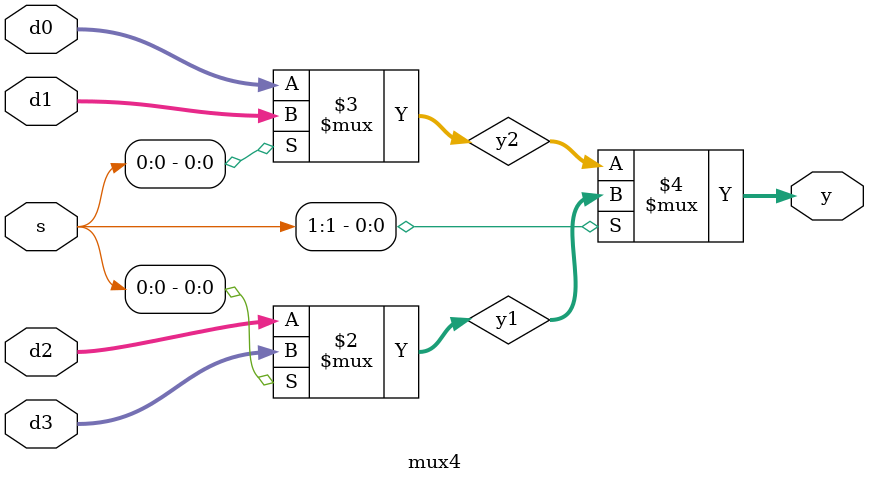
<source format=sv>
module mux4(d0, d1, d2, d3, s, y);

    input wire [4:0] d0;
    input wire [4:0] d1;
    input wire [4:0] d2;
    input wire [4:0] d3;
    input wire [1:0] s;
    logic [4:0] y1;
    logic  [4:0] y2;
    output logic [4:0] y;

    always_comb begin
        y1 = s[0] ? d3 : d2;
        y2 = s[0] ? d1 : d0;
        y = s[1] ? y1 : y2;
    end
endmodule
</source>
